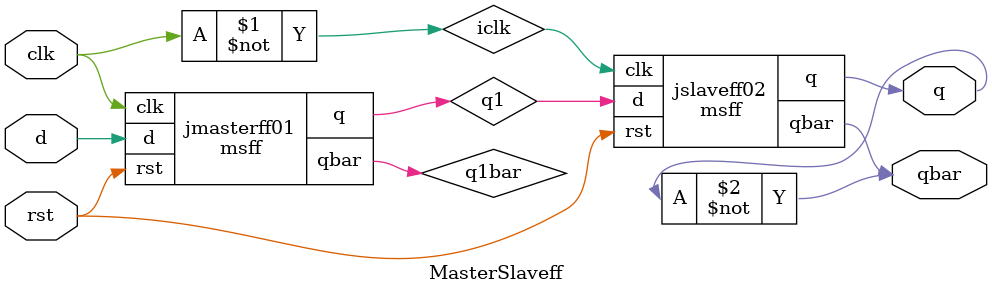
<source format=v>

module msff(q,qbar,clk,rst,d);
        output reg q;
        output qbar;
        input clk, rst;
        input d;

        assign qbar = ~q;

        always @(posedge clk)
        begin
                if (rst)
                        q <= 0;
                else
                        q <= d;
        end
endmodule

module MasterSlaveff(q,qbar,clk,rst,d);
	output q;
	output qbar;
	input clk, rst;
	input d;

	wire iclk, q1, q1bar; // inverted clock and intermediate q output of Master

	assign iclk = ~clk;
	assign qbar = ~q;

	msff jmasterff01(q1,q1bar,clk,rst,d);
	msff jslaveff02(q,qbar,iclk,rst,q1);

endmodule

</source>
